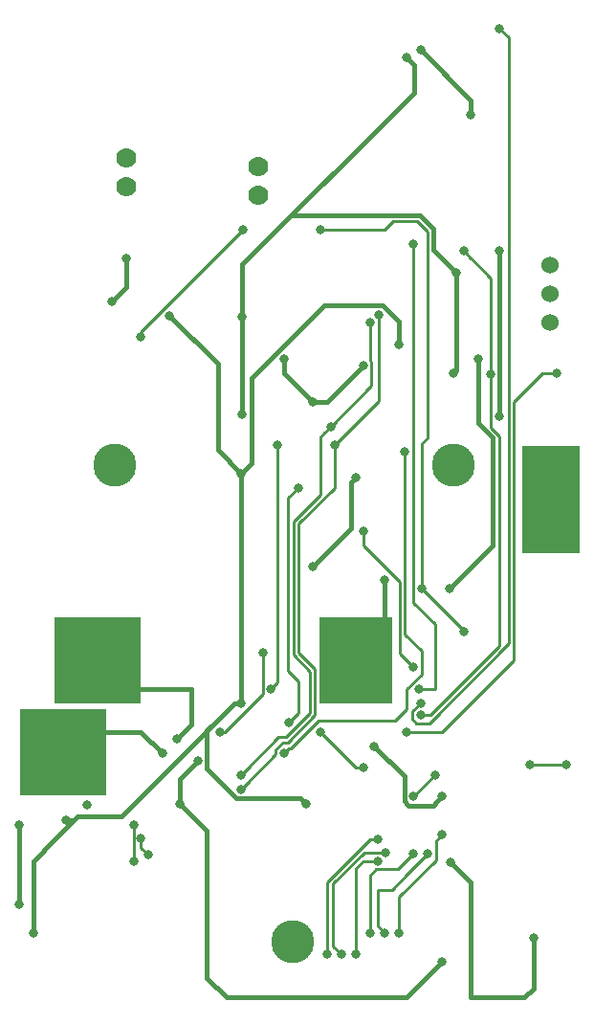
<source format=gbr>
G04 #@! TF.GenerationSoftware,KiCad,Pcbnew,5.1.3-ffb9f22~84~ubuntu18.10.1*
G04 #@! TF.CreationDate,2019-09-01T17:36:09+10:00*
G04 #@! TF.ProjectId,openpod-1,6f70656e-706f-4642-9d31-2e6b69636164,1.0*
G04 #@! TF.SameCoordinates,Original*
G04 #@! TF.FileFunction,Copper,L4,Bot*
G04 #@! TF.FilePolarity,Positive*
%FSLAX46Y46*%
G04 Gerber Fmt 4.6, Leading zero omitted, Abs format (unit mm)*
G04 Created by KiCad (PCBNEW 5.1.3-ffb9f22~84~ubuntu18.10.1) date 2019-09-01 17:36:09*
%MOMM*%
%LPD*%
G04 APERTURE LIST*
%ADD10C,3.800000*%
%ADD11R,6.440018X7.600010*%
%ADD12R,7.620000X7.620000*%
%ADD13R,5.080000X9.525000*%
%ADD14C,1.778000*%
%ADD15C,1.524000*%
%ADD16C,0.800000*%
%ADD17C,0.406000*%
%ADD18C,0.250000*%
G04 APERTURE END LIST*
D10*
X103632000Y-121412000D03*
X117856000Y-79248000D03*
X87884000Y-79248000D03*
D11*
X109220000Y-96520000D03*
D12*
X86360000Y-96520000D03*
X83312000Y-104648000D03*
D13*
X126492000Y-82296000D03*
D14*
X88900000Y-52070000D03*
X88900000Y-54610000D03*
X100584000Y-52832000D03*
X100584000Y-55372000D03*
D15*
X126365000Y-61595000D03*
X126365000Y-66675000D03*
X126365000Y-64135000D03*
D16*
X83312000Y-104648000D03*
X128016000Y-85852000D03*
X124968000Y-85852000D03*
X124968000Y-82296000D03*
X125095000Y-78105000D03*
X124968000Y-83820000D03*
X128016000Y-82296000D03*
X128016000Y-83820000D03*
X128270000Y-78232000D03*
X107315000Y-98425000D03*
X107315000Y-96520000D03*
X107315000Y-94615000D03*
X109855000Y-94615000D03*
X86360000Y-107188000D03*
X83312000Y-107188000D03*
X80772000Y-107188000D03*
X80645000Y-102108000D03*
X86360000Y-102870000D03*
X79375000Y-118110000D03*
X79375000Y-111125000D03*
X99182500Y-74807500D03*
X99182500Y-66162500D03*
X100965000Y-95885000D03*
X110822500Y-104140000D03*
X113665000Y-43180000D03*
X105410000Y-88250000D03*
X118110000Y-62230000D03*
X116840000Y-108585000D03*
X117629400Y-114454400D03*
X124933000Y-121123000D03*
X83185000Y-102235000D03*
X97155000Y-102870000D03*
X92075000Y-104775000D03*
X110753346Y-96148346D03*
X109749990Y-98954990D03*
X127045402Y-80010000D03*
X109200000Y-80400000D03*
X81788000Y-103124000D03*
X117865000Y-71120000D03*
X111720011Y-89447989D03*
X87376000Y-96012000D03*
X83820000Y-99060000D03*
X83820000Y-94488000D03*
X89535000Y-94488000D03*
X95250000Y-105410000D03*
X93647500Y-109220000D03*
X116840000Y-123190000D03*
X93345000Y-103505000D03*
X87630000Y-99060000D03*
X89535000Y-99060000D03*
X99060000Y-100330000D03*
X80645000Y-120650000D03*
X92710000Y-66040000D03*
X113030000Y-68580000D03*
X99060000Y-80010000D03*
X121920000Y-60325000D03*
X104775000Y-109220000D03*
X114935000Y-42545000D03*
X119380000Y-48294598D03*
X120015000Y-69850000D03*
X121920000Y-74930000D03*
X117475000Y-90170000D03*
X83575000Y-110735000D03*
X87630000Y-64770000D03*
X88900000Y-60960000D03*
X102870000Y-69850000D03*
X105410000Y-73660000D03*
X109855000Y-70485000D03*
X99060000Y-106680000D03*
X110490000Y-66675000D03*
X89535000Y-114300000D03*
X106997500Y-75882500D03*
X89535000Y-111125000D03*
X99060000Y-107950000D03*
X111215010Y-65949990D03*
X107315000Y-77470000D03*
X90170000Y-112305000D03*
X113574990Y-78105000D03*
X90805000Y-113755000D03*
X102869994Y-104774994D03*
X85410000Y-109359202D03*
X90170000Y-67945000D03*
X115025000Y-90170000D03*
X118745000Y-93980000D03*
X127855000Y-105770000D03*
X124655000Y-105770000D03*
X106045000Y-58420000D03*
X99256998Y-58420000D03*
X114300000Y-108585000D03*
X116205000Y-106680000D03*
X109855000Y-85090000D03*
X114300000Y-97155000D03*
X114844990Y-99060000D03*
X114300000Y-59690000D03*
X114935000Y-101380000D03*
X118745000Y-60325000D03*
X121117000Y-71210001D03*
X114935000Y-100330000D03*
X121920000Y-40640000D03*
X106045000Y-102870000D03*
X109855000Y-106045000D03*
X109220000Y-122555000D03*
X111125000Y-114300000D03*
X107950000Y-122555000D03*
X111832108Y-113592892D03*
X106680000Y-122555000D03*
X111125000Y-112395000D03*
X127000000Y-71120000D03*
X113665000Y-102870000D03*
X104140000Y-81280000D03*
X103309135Y-102039135D03*
X116840000Y-111997201D03*
X113030000Y-120650000D03*
X111760000Y-120650000D03*
X115570000Y-113665000D03*
X114300000Y-113665000D03*
X110490000Y-120650000D03*
X102235000Y-77470000D03*
X101690000Y-99060000D03*
D17*
X86360000Y-102870000D02*
X83820000Y-102870000D01*
X81770000Y-102870000D02*
X81525000Y-103115000D01*
X79375000Y-118110000D02*
X79375000Y-111125000D01*
X99182500Y-67945000D02*
X99182500Y-67945000D01*
X99182500Y-66162500D02*
X99182500Y-61472500D01*
X99182500Y-61472500D02*
X114345000Y-46310000D01*
X114345000Y-46310000D02*
X114345000Y-43860000D01*
X114345000Y-43860000D02*
X113665000Y-43180000D01*
X108800001Y-84859999D02*
X105410000Y-88250000D01*
X103488011Y-57166989D02*
X99182500Y-61472500D01*
X116098010Y-58398290D02*
X114866709Y-57166989D01*
X116098010Y-60218010D02*
X116098010Y-58398290D01*
X114866709Y-57166989D02*
X103488011Y-57166989D01*
X118110000Y-62230000D02*
X116098010Y-60218010D01*
X116440001Y-108984999D02*
X116840000Y-108585000D01*
X116036999Y-109388001D02*
X116440001Y-108984999D01*
X113496999Y-108970441D02*
X113914559Y-109388001D01*
X113914559Y-109388001D02*
X116036999Y-109388001D01*
X113496999Y-106814499D02*
X113496999Y-108970441D01*
X110822500Y-104140000D02*
X113496999Y-106814499D01*
X124933000Y-121123000D02*
X124933000Y-125568000D01*
X124933000Y-125568000D02*
X124136000Y-126365000D01*
X124136000Y-126365000D02*
X119380000Y-126365000D01*
X119380000Y-116205000D02*
X117629400Y-114454400D01*
X119380000Y-126365000D02*
X119380000Y-116205000D01*
X83820000Y-102870000D02*
X81770000Y-102870000D01*
D18*
X100965000Y-95885000D02*
X100965000Y-99498002D01*
X100965000Y-99498002D02*
X97593002Y-102870000D01*
X97593002Y-102870000D02*
X97155000Y-102870000D01*
D17*
X90170000Y-102870000D02*
X92075000Y-104775000D01*
X86360000Y-102870000D02*
X90170000Y-102870000D01*
X108800001Y-80799999D02*
X109200000Y-80400000D01*
X108800001Y-81495001D02*
X108800001Y-80799999D01*
X108800001Y-81495001D02*
X108800001Y-84859999D01*
X99182500Y-66162500D02*
X99182500Y-74807500D01*
X118110000Y-62230000D02*
X118110000Y-70875000D01*
X118110000Y-70875000D02*
X117865000Y-71120000D01*
X109220000Y-95250000D02*
X109220000Y-96520000D01*
X111720011Y-92749989D02*
X109220000Y-95250000D01*
X111720011Y-89447989D02*
X111720011Y-92749989D01*
X93647500Y-107012500D02*
X95250000Y-105410000D01*
X93647500Y-109220000D02*
X93647500Y-107012500D01*
X96053001Y-111625501D02*
X96053001Y-124628001D01*
X93647500Y-109220000D02*
X96053001Y-111625501D01*
X96053001Y-124628001D02*
X97790000Y-126365000D01*
X97790000Y-126365000D02*
X113665000Y-126365000D01*
X113665000Y-126365000D02*
X116840000Y-123190000D01*
X87630000Y-99060000D02*
X90170000Y-99060000D01*
X94615000Y-102235000D02*
X93345000Y-103505000D01*
X94615000Y-99060000D02*
X94615000Y-102235000D01*
X90170000Y-99060000D02*
X94615000Y-99060000D01*
X99060000Y-80010000D02*
X99060000Y-100330000D01*
X99060000Y-100330000D02*
X99100779Y-100370779D01*
X82550000Y-112395000D02*
X84606999Y-110338001D01*
X96986999Y-77936999D02*
X96986999Y-70316999D01*
X96986999Y-70316999D02*
X92710000Y-66040000D01*
X80645000Y-114300000D02*
X82550000Y-112395000D01*
X99060000Y-80010000D02*
X96986999Y-77936999D01*
X80645000Y-120650000D02*
X80645000Y-114300000D01*
X99459999Y-79610001D02*
X99060000Y-80010000D01*
X113030000Y-68580000D02*
X113030000Y-66576538D01*
X113030000Y-66576538D02*
X111600451Y-65146989D01*
X111600451Y-65146989D02*
X106384569Y-65146989D01*
X106384569Y-65146989D02*
X99985501Y-71546057D01*
X99985501Y-71546057D02*
X99985501Y-79084499D01*
X99985501Y-79084499D02*
X99459999Y-79610001D01*
X96053001Y-106131443D02*
X96053001Y-102771314D01*
X98674559Y-108753001D02*
X96053001Y-106131443D01*
X104308001Y-108753001D02*
X98674559Y-108753001D01*
X98494315Y-100330000D02*
X99060000Y-100330000D01*
X104775000Y-109220000D02*
X104308001Y-108753001D01*
X114935000Y-42545000D02*
X119380000Y-46990000D01*
X119380000Y-46990000D02*
X119380000Y-48294598D01*
X88502317Y-110321999D02*
X96872158Y-101952158D01*
X84623001Y-110321999D02*
X88502317Y-110321999D01*
X82550000Y-112395000D02*
X84623001Y-110321999D01*
X96053001Y-102771314D02*
X96872158Y-101952158D01*
X96872158Y-101952158D02*
X98494315Y-100330000D01*
X121920000Y-63500000D02*
X121920000Y-74930000D01*
X121920000Y-60325000D02*
X121920000Y-63500000D01*
X120015000Y-69850000D02*
X120015000Y-75565000D01*
X120015000Y-75565000D02*
X121285000Y-76835000D01*
X121285000Y-76835000D02*
X121285000Y-86360000D01*
X121285000Y-86360000D02*
X117475000Y-90170000D01*
X84250000Y-110735000D02*
X84623001Y-110361999D01*
X84623001Y-110361999D02*
X84623001Y-110321999D01*
X83575000Y-110735000D02*
X84250000Y-110735000D01*
X88900000Y-63500000D02*
X88900000Y-60960000D01*
X87630000Y-64770000D02*
X88900000Y-63500000D01*
X102870000Y-71120000D02*
X105410000Y-73660000D01*
X102870000Y-69850000D02*
X102870000Y-71120000D01*
X106680000Y-73660000D02*
X105410000Y-73660000D01*
X109855000Y-70485000D02*
X106680000Y-73660000D01*
D18*
X110490000Y-70046998D02*
X110590212Y-70147210D01*
X110590212Y-70147210D02*
X110590212Y-72289788D01*
X106444999Y-76435001D02*
X106045000Y-76835000D01*
X110490000Y-66675000D02*
X110490000Y-70046998D01*
X89535000Y-114300000D02*
X89535000Y-111125000D01*
X99459999Y-106280001D02*
X99060000Y-106680000D01*
X106045000Y-81912178D02*
X103689988Y-84267190D01*
X103689988Y-96072810D02*
X105144978Y-97527799D01*
X105144978Y-101228612D02*
X103019111Y-103354479D01*
X103689988Y-84267190D02*
X103689988Y-96072810D01*
X102385521Y-103354479D02*
X99459999Y-106280001D01*
X105144978Y-97527799D02*
X105144978Y-101228612D01*
X106045000Y-76835000D02*
X106045000Y-81912178D01*
X103019111Y-103354479D02*
X102385521Y-103354479D01*
X110590212Y-72289788D02*
X106997500Y-75882500D01*
X106997500Y-75882500D02*
X106444999Y-76435001D01*
X111215010Y-73569990D02*
X107315000Y-77470000D01*
X111215010Y-65949990D02*
X111215010Y-73569990D01*
X107315000Y-77470000D02*
X107315000Y-81278590D01*
X107315000Y-81278590D02*
X104139999Y-84453590D01*
X104139999Y-95886410D02*
X105594989Y-97341399D01*
X102144993Y-104865007D02*
X99459999Y-107550001D01*
X99459999Y-107550001D02*
X99060000Y-107950000D01*
X102144993Y-104426993D02*
X102144993Y-104865007D01*
X105594989Y-101415011D02*
X103205510Y-103804490D01*
X104139999Y-84453590D02*
X104139999Y-95886410D01*
X102767496Y-103804490D02*
X102144993Y-104426993D01*
X103205510Y-103804490D02*
X102767496Y-103804490D01*
X105594989Y-97341399D02*
X105594989Y-101415011D01*
X90170000Y-112305000D02*
X90170000Y-113120000D01*
X90170000Y-113120000D02*
X90805000Y-113755000D01*
X113574990Y-78105000D02*
X113574990Y-94267008D01*
X115025001Y-95717019D02*
X115025001Y-97806987D01*
X113574990Y-94267008D02*
X115025001Y-95717019D01*
X103467003Y-104374995D02*
X103269993Y-104374995D01*
X105920999Y-101920999D02*
X103467003Y-104374995D01*
X115025001Y-97806987D02*
X113718494Y-99113494D01*
X113718494Y-99113494D02*
X113718494Y-100911506D01*
X103269993Y-104374995D02*
X102869994Y-104774994D01*
X113718494Y-100911506D02*
X112709001Y-101920999D01*
X112709001Y-101920999D02*
X105920999Y-101920999D01*
X90170000Y-67506998D02*
X90170000Y-67945000D01*
X99256998Y-58420000D02*
X90170000Y-67506998D01*
X115025000Y-90170000D02*
X118745000Y-93890000D01*
X118745000Y-93890000D02*
X118745000Y-93980000D01*
X127855000Y-105770000D02*
X124655000Y-105770000D01*
X115570000Y-58616998D02*
X114648001Y-57694999D01*
X112159999Y-58020001D02*
X111760000Y-58420000D01*
X115570000Y-76835000D02*
X115025000Y-77380000D01*
X115570000Y-58616998D02*
X115570000Y-76835000D01*
X112485001Y-57694999D02*
X112159999Y-58020001D01*
X106045000Y-58420000D02*
X111760000Y-58420000D01*
X115025000Y-77380000D02*
X115025000Y-90170000D01*
X114648001Y-57694999D02*
X112485001Y-57694999D01*
X114300000Y-108585000D02*
X116205000Y-106680000D01*
X114262347Y-97117347D02*
X114300000Y-97155000D01*
X109855000Y-85090000D02*
X109855000Y-86360000D01*
X113124980Y-95979980D02*
X113900001Y-96755001D01*
X113900001Y-96755001D02*
X114300000Y-97155000D01*
X113124980Y-89629980D02*
X113124980Y-95979980D01*
X109855000Y-86360000D02*
X113124980Y-89629980D01*
X114844990Y-99060000D02*
X116205000Y-99060000D01*
X116205000Y-99060000D02*
X116205000Y-93345000D01*
X116205000Y-93345000D02*
X114300000Y-91440000D01*
X114300000Y-91440000D02*
X114300000Y-90805000D01*
X114300000Y-59690000D02*
X114300000Y-90805000D01*
X114935000Y-101380000D02*
X115790000Y-101380000D01*
X118427500Y-98742500D02*
X118745000Y-98425000D01*
X115790000Y-101380000D02*
X118427500Y-98742500D01*
X118745000Y-60325000D02*
X119380000Y-60960000D01*
X118745000Y-60325000D02*
X121194999Y-62774999D01*
X121194999Y-71210001D02*
X121117000Y-71210001D01*
X121194999Y-62774999D02*
X121194999Y-71210001D01*
X121194999Y-71210001D02*
X121194999Y-75998279D01*
X121194999Y-75998279D02*
X121920000Y-76723280D01*
X121920000Y-95250000D02*
X118427500Y-98742500D01*
X121920000Y-76723280D02*
X121920000Y-95250000D01*
X115701409Y-102105001D02*
X122737999Y-95068411D01*
X114586999Y-102105001D02*
X115701409Y-102105001D01*
X114209999Y-101728001D02*
X114586999Y-102105001D01*
X114935000Y-100330000D02*
X114209999Y-101055001D01*
X114209999Y-101055001D02*
X114209999Y-101728001D01*
X122737999Y-95068411D02*
X122737999Y-53522999D01*
X122737999Y-53522999D02*
X122737999Y-41457999D01*
X122737999Y-41457999D02*
X121920000Y-40640000D01*
X106045000Y-102870000D02*
X109220000Y-106045000D01*
X109220000Y-106045000D02*
X109855000Y-106045000D01*
X111125000Y-114300000D02*
X109855000Y-114300000D01*
X109855000Y-114300000D02*
X109220000Y-114935000D01*
X109220000Y-114935000D02*
X109220000Y-122555000D01*
X111814215Y-113574999D02*
X111832108Y-113592892D01*
X109943591Y-113574999D02*
X111814215Y-113574999D01*
X107224999Y-116293591D02*
X109943591Y-113574999D01*
X107950000Y-122555000D02*
X107224999Y-121829999D01*
X107224999Y-121829999D02*
X107224999Y-116293591D01*
X106680000Y-116202180D02*
X106680000Y-122555000D01*
X111125000Y-112395000D02*
X110487180Y-112395000D01*
X110487180Y-112395000D02*
X106680000Y-116202180D01*
X114230685Y-102870000D02*
X113665000Y-102870000D01*
X116840000Y-102870000D02*
X114230685Y-102870000D01*
X127000000Y-71120000D02*
X125730000Y-71120000D01*
X123188009Y-96521991D02*
X122555000Y-97155000D01*
X123188009Y-73661991D02*
X123188009Y-96521991D01*
X125730000Y-71120000D02*
X123188009Y-73661991D01*
X122555000Y-97155000D02*
X116840000Y-102870000D01*
X104140000Y-98425000D02*
X104140000Y-99060000D01*
X104140000Y-101208270D02*
X103709134Y-101639136D01*
X104140000Y-98425000D02*
X104140000Y-101208270D01*
X103709134Y-101639136D02*
X103309135Y-102039135D01*
X103239977Y-82180023D02*
X103239977Y-97524977D01*
X103239977Y-97524977D02*
X104140000Y-98425000D01*
X104140000Y-81280000D02*
X103239977Y-82180023D01*
X116295001Y-112542200D02*
X116295001Y-114209999D01*
X116840000Y-111997201D02*
X116295001Y-112542200D01*
X116295001Y-114209999D02*
X113030000Y-117475000D01*
X113030000Y-117475000D02*
X113030000Y-120650000D01*
X111760000Y-120650000D02*
X111125000Y-120015000D01*
X111125000Y-120015000D02*
X111125000Y-116840000D01*
X113759989Y-115475011D02*
X115570000Y-113665000D01*
X111125000Y-116840000D02*
X112395000Y-116840000D01*
X112395000Y-116840000D02*
X113759989Y-115475011D01*
X112939999Y-115025001D02*
X111034999Y-115025001D01*
X114300000Y-113665000D02*
X112939999Y-115025001D01*
X111034999Y-115025001D02*
X110490000Y-115570000D01*
X110490000Y-115570000D02*
X110490000Y-120650000D01*
X102235000Y-98515000D02*
X102235000Y-77470000D01*
X101690000Y-99060000D02*
X102235000Y-98515000D01*
M02*

</source>
